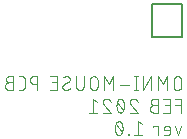
<source format=gbr>
G04 EAGLE Gerber RS-274X export*
G75*
%MOMM*%
%FSLAX34Y34*%
%LPD*%
%INSilkscreen Bottom*%
%IPPOS*%
%AMOC8*
5,1,8,0,0,1.08239X$1,22.5*%
G01*
%ADD10C,0.101600*%
%ADD11C,0.127000*%


D10*
X329492Y111854D02*
X329492Y117046D01*
X329490Y117159D01*
X329484Y117272D01*
X329474Y117385D01*
X329460Y117498D01*
X329443Y117610D01*
X329421Y117721D01*
X329396Y117831D01*
X329366Y117941D01*
X329333Y118049D01*
X329296Y118156D01*
X329256Y118262D01*
X329211Y118366D01*
X329163Y118469D01*
X329112Y118570D01*
X329057Y118669D01*
X328999Y118766D01*
X328937Y118861D01*
X328872Y118954D01*
X328804Y119044D01*
X328733Y119132D01*
X328658Y119218D01*
X328581Y119301D01*
X328501Y119381D01*
X328418Y119458D01*
X328332Y119533D01*
X328244Y119604D01*
X328154Y119672D01*
X328061Y119737D01*
X327966Y119799D01*
X327869Y119857D01*
X327770Y119912D01*
X327669Y119963D01*
X327566Y120011D01*
X327462Y120056D01*
X327356Y120096D01*
X327249Y120133D01*
X327141Y120166D01*
X327031Y120196D01*
X326921Y120221D01*
X326810Y120243D01*
X326698Y120260D01*
X326585Y120274D01*
X326472Y120284D01*
X326359Y120290D01*
X326246Y120292D01*
X326133Y120290D01*
X326020Y120284D01*
X325907Y120274D01*
X325794Y120260D01*
X325682Y120243D01*
X325571Y120221D01*
X325461Y120196D01*
X325351Y120166D01*
X325243Y120133D01*
X325136Y120096D01*
X325030Y120056D01*
X324926Y120011D01*
X324823Y119963D01*
X324722Y119912D01*
X324623Y119857D01*
X324526Y119799D01*
X324431Y119737D01*
X324338Y119672D01*
X324248Y119604D01*
X324160Y119533D01*
X324074Y119458D01*
X323991Y119381D01*
X323911Y119301D01*
X323834Y119218D01*
X323759Y119132D01*
X323688Y119044D01*
X323620Y118954D01*
X323555Y118861D01*
X323493Y118766D01*
X323435Y118669D01*
X323380Y118570D01*
X323329Y118469D01*
X323281Y118366D01*
X323236Y118262D01*
X323196Y118156D01*
X323159Y118049D01*
X323126Y117941D01*
X323096Y117831D01*
X323071Y117721D01*
X323049Y117610D01*
X323032Y117498D01*
X323018Y117385D01*
X323008Y117272D01*
X323002Y117159D01*
X323000Y117046D01*
X323001Y117046D02*
X323001Y111854D01*
X323000Y111854D02*
X323002Y111741D01*
X323008Y111628D01*
X323018Y111515D01*
X323032Y111402D01*
X323049Y111290D01*
X323071Y111179D01*
X323096Y111069D01*
X323126Y110959D01*
X323159Y110851D01*
X323196Y110744D01*
X323236Y110638D01*
X323281Y110534D01*
X323329Y110431D01*
X323380Y110330D01*
X323435Y110231D01*
X323493Y110134D01*
X323555Y110039D01*
X323620Y109946D01*
X323688Y109856D01*
X323759Y109768D01*
X323834Y109682D01*
X323911Y109599D01*
X323991Y109519D01*
X324074Y109442D01*
X324160Y109367D01*
X324248Y109296D01*
X324338Y109228D01*
X324431Y109163D01*
X324526Y109101D01*
X324623Y109043D01*
X324722Y108988D01*
X324823Y108937D01*
X324926Y108889D01*
X325030Y108844D01*
X325136Y108804D01*
X325243Y108767D01*
X325351Y108734D01*
X325461Y108704D01*
X325571Y108679D01*
X325682Y108657D01*
X325794Y108640D01*
X325907Y108626D01*
X326020Y108616D01*
X326133Y108610D01*
X326246Y108608D01*
X326359Y108610D01*
X326472Y108616D01*
X326585Y108626D01*
X326698Y108640D01*
X326810Y108657D01*
X326921Y108679D01*
X327031Y108704D01*
X327141Y108734D01*
X327249Y108767D01*
X327356Y108804D01*
X327462Y108844D01*
X327566Y108889D01*
X327669Y108937D01*
X327770Y108988D01*
X327869Y109043D01*
X327966Y109101D01*
X328061Y109163D01*
X328154Y109228D01*
X328244Y109296D01*
X328332Y109367D01*
X328418Y109442D01*
X328501Y109519D01*
X328581Y109599D01*
X328658Y109682D01*
X328733Y109768D01*
X328804Y109856D01*
X328872Y109946D01*
X328937Y110039D01*
X328999Y110134D01*
X329057Y110231D01*
X329112Y110330D01*
X329163Y110431D01*
X329211Y110534D01*
X329256Y110638D01*
X329296Y110744D01*
X329333Y110851D01*
X329366Y110959D01*
X329396Y111069D01*
X329421Y111179D01*
X329443Y111290D01*
X329460Y111402D01*
X329474Y111515D01*
X329484Y111628D01*
X329490Y111741D01*
X329492Y111854D01*
X317568Y108608D02*
X317568Y120292D01*
X313673Y113801D01*
X309779Y120292D01*
X309779Y108608D01*
X303965Y108608D02*
X303965Y120292D01*
X297474Y108608D01*
X297474Y120292D01*
X291195Y120292D02*
X291195Y108608D01*
X292493Y108608D02*
X289896Y108608D01*
X289896Y120292D02*
X292493Y120292D01*
X285183Y113152D02*
X277394Y113152D01*
X271848Y108608D02*
X271848Y120292D01*
X267954Y113801D01*
X264059Y120292D01*
X264059Y108608D01*
X258626Y111854D02*
X258626Y117046D01*
X258627Y117046D02*
X258625Y117159D01*
X258619Y117272D01*
X258609Y117385D01*
X258595Y117498D01*
X258578Y117610D01*
X258556Y117721D01*
X258531Y117831D01*
X258501Y117941D01*
X258468Y118049D01*
X258431Y118156D01*
X258391Y118262D01*
X258346Y118366D01*
X258298Y118469D01*
X258247Y118570D01*
X258192Y118669D01*
X258134Y118766D01*
X258072Y118861D01*
X258007Y118954D01*
X257939Y119044D01*
X257868Y119132D01*
X257793Y119218D01*
X257716Y119301D01*
X257636Y119381D01*
X257553Y119458D01*
X257467Y119533D01*
X257379Y119604D01*
X257289Y119672D01*
X257196Y119737D01*
X257101Y119799D01*
X257004Y119857D01*
X256905Y119912D01*
X256804Y119963D01*
X256701Y120011D01*
X256597Y120056D01*
X256491Y120096D01*
X256384Y120133D01*
X256276Y120166D01*
X256166Y120196D01*
X256056Y120221D01*
X255945Y120243D01*
X255833Y120260D01*
X255720Y120274D01*
X255607Y120284D01*
X255494Y120290D01*
X255381Y120292D01*
X255268Y120290D01*
X255155Y120284D01*
X255042Y120274D01*
X254929Y120260D01*
X254817Y120243D01*
X254706Y120221D01*
X254596Y120196D01*
X254486Y120166D01*
X254378Y120133D01*
X254271Y120096D01*
X254165Y120056D01*
X254061Y120011D01*
X253958Y119963D01*
X253857Y119912D01*
X253758Y119857D01*
X253661Y119799D01*
X253566Y119737D01*
X253473Y119672D01*
X253383Y119604D01*
X253295Y119533D01*
X253209Y119458D01*
X253126Y119381D01*
X253046Y119301D01*
X252969Y119218D01*
X252894Y119132D01*
X252823Y119044D01*
X252755Y118954D01*
X252690Y118861D01*
X252628Y118766D01*
X252570Y118669D01*
X252515Y118570D01*
X252464Y118469D01*
X252416Y118366D01*
X252371Y118262D01*
X252331Y118156D01*
X252294Y118049D01*
X252261Y117941D01*
X252231Y117831D01*
X252206Y117721D01*
X252184Y117610D01*
X252167Y117498D01*
X252153Y117385D01*
X252143Y117272D01*
X252137Y117159D01*
X252135Y117046D01*
X252135Y111854D01*
X252137Y111741D01*
X252143Y111628D01*
X252153Y111515D01*
X252167Y111402D01*
X252184Y111290D01*
X252206Y111179D01*
X252231Y111069D01*
X252261Y110959D01*
X252294Y110851D01*
X252331Y110744D01*
X252371Y110638D01*
X252416Y110534D01*
X252464Y110431D01*
X252515Y110330D01*
X252570Y110231D01*
X252628Y110134D01*
X252690Y110039D01*
X252755Y109946D01*
X252823Y109856D01*
X252894Y109768D01*
X252969Y109682D01*
X253046Y109599D01*
X253126Y109519D01*
X253209Y109442D01*
X253295Y109367D01*
X253383Y109296D01*
X253473Y109228D01*
X253566Y109163D01*
X253661Y109101D01*
X253758Y109043D01*
X253857Y108988D01*
X253958Y108937D01*
X254061Y108889D01*
X254165Y108844D01*
X254271Y108804D01*
X254378Y108767D01*
X254486Y108734D01*
X254596Y108704D01*
X254706Y108679D01*
X254817Y108657D01*
X254929Y108640D01*
X255042Y108626D01*
X255155Y108616D01*
X255268Y108610D01*
X255381Y108608D01*
X255494Y108610D01*
X255607Y108616D01*
X255720Y108626D01*
X255833Y108640D01*
X255945Y108657D01*
X256056Y108679D01*
X256166Y108704D01*
X256276Y108734D01*
X256384Y108767D01*
X256491Y108804D01*
X256597Y108844D01*
X256701Y108889D01*
X256804Y108937D01*
X256905Y108988D01*
X257004Y109043D01*
X257101Y109101D01*
X257196Y109163D01*
X257289Y109228D01*
X257379Y109296D01*
X257467Y109367D01*
X257553Y109442D01*
X257636Y109519D01*
X257716Y109599D01*
X257793Y109682D01*
X257868Y109768D01*
X257939Y109856D01*
X258007Y109946D01*
X258072Y110039D01*
X258134Y110134D01*
X258192Y110231D01*
X258247Y110330D01*
X258298Y110431D01*
X258346Y110534D01*
X258391Y110638D01*
X258431Y110744D01*
X258468Y110851D01*
X258501Y110959D01*
X258531Y111069D01*
X258556Y111179D01*
X258578Y111290D01*
X258595Y111402D01*
X258609Y111515D01*
X258619Y111628D01*
X258625Y111741D01*
X258627Y111854D01*
X246815Y111854D02*
X246815Y120292D01*
X246816Y111854D02*
X246814Y111741D01*
X246808Y111628D01*
X246798Y111515D01*
X246784Y111402D01*
X246767Y111290D01*
X246745Y111179D01*
X246720Y111069D01*
X246690Y110959D01*
X246657Y110851D01*
X246620Y110744D01*
X246580Y110638D01*
X246535Y110534D01*
X246487Y110431D01*
X246436Y110330D01*
X246381Y110231D01*
X246323Y110134D01*
X246261Y110039D01*
X246196Y109946D01*
X246128Y109856D01*
X246057Y109768D01*
X245982Y109682D01*
X245905Y109599D01*
X245825Y109519D01*
X245742Y109442D01*
X245656Y109367D01*
X245568Y109296D01*
X245478Y109228D01*
X245385Y109163D01*
X245290Y109101D01*
X245193Y109043D01*
X245094Y108988D01*
X244993Y108937D01*
X244890Y108889D01*
X244786Y108844D01*
X244680Y108804D01*
X244573Y108767D01*
X244465Y108734D01*
X244355Y108704D01*
X244245Y108679D01*
X244134Y108657D01*
X244022Y108640D01*
X243909Y108626D01*
X243796Y108616D01*
X243683Y108610D01*
X243570Y108608D01*
X243457Y108610D01*
X243344Y108616D01*
X243231Y108626D01*
X243118Y108640D01*
X243006Y108657D01*
X242895Y108679D01*
X242785Y108704D01*
X242675Y108734D01*
X242567Y108767D01*
X242460Y108804D01*
X242354Y108844D01*
X242250Y108889D01*
X242147Y108937D01*
X242046Y108988D01*
X241947Y109043D01*
X241850Y109101D01*
X241755Y109163D01*
X241662Y109228D01*
X241572Y109296D01*
X241484Y109367D01*
X241398Y109442D01*
X241315Y109519D01*
X241235Y109599D01*
X241158Y109682D01*
X241083Y109768D01*
X241012Y109856D01*
X240944Y109946D01*
X240879Y110039D01*
X240817Y110134D01*
X240759Y110231D01*
X240704Y110330D01*
X240653Y110431D01*
X240605Y110534D01*
X240560Y110638D01*
X240520Y110744D01*
X240483Y110851D01*
X240450Y110959D01*
X240420Y111069D01*
X240395Y111179D01*
X240373Y111290D01*
X240356Y111402D01*
X240342Y111515D01*
X240332Y111628D01*
X240326Y111741D01*
X240324Y111854D01*
X240324Y120292D01*
X228894Y111204D02*
X228896Y111105D01*
X228902Y111005D01*
X228911Y110906D01*
X228924Y110808D01*
X228941Y110710D01*
X228962Y110612D01*
X228987Y110516D01*
X229015Y110421D01*
X229047Y110327D01*
X229082Y110234D01*
X229121Y110142D01*
X229164Y110052D01*
X229209Y109964D01*
X229259Y109877D01*
X229311Y109793D01*
X229367Y109710D01*
X229425Y109630D01*
X229487Y109552D01*
X229552Y109477D01*
X229620Y109404D01*
X229690Y109334D01*
X229763Y109266D01*
X229838Y109201D01*
X229916Y109139D01*
X229996Y109081D01*
X230079Y109025D01*
X230163Y108973D01*
X230250Y108923D01*
X230338Y108878D01*
X230428Y108835D01*
X230520Y108796D01*
X230613Y108761D01*
X230707Y108729D01*
X230802Y108701D01*
X230898Y108676D01*
X230996Y108655D01*
X231094Y108638D01*
X231192Y108625D01*
X231291Y108616D01*
X231391Y108610D01*
X231490Y108608D01*
X231634Y108610D01*
X231779Y108616D01*
X231923Y108625D01*
X232066Y108638D01*
X232210Y108655D01*
X232353Y108676D01*
X232495Y108701D01*
X232636Y108729D01*
X232777Y108761D01*
X232917Y108797D01*
X233056Y108836D01*
X233194Y108879D01*
X233330Y108926D01*
X233466Y108976D01*
X233600Y109030D01*
X233732Y109087D01*
X233863Y109148D01*
X233992Y109212D01*
X234120Y109280D01*
X234246Y109351D01*
X234370Y109425D01*
X234491Y109502D01*
X234611Y109583D01*
X234729Y109666D01*
X234844Y109753D01*
X234957Y109843D01*
X235068Y109936D01*
X235176Y110031D01*
X235282Y110130D01*
X235385Y110231D01*
X235060Y117696D02*
X235058Y117795D01*
X235052Y117895D01*
X235043Y117994D01*
X235030Y118092D01*
X235013Y118190D01*
X234992Y118288D01*
X234967Y118384D01*
X234939Y118479D01*
X234907Y118573D01*
X234872Y118666D01*
X234833Y118758D01*
X234790Y118848D01*
X234745Y118936D01*
X234695Y119023D01*
X234643Y119107D01*
X234587Y119190D01*
X234529Y119270D01*
X234467Y119348D01*
X234402Y119423D01*
X234334Y119496D01*
X234264Y119566D01*
X234191Y119634D01*
X234116Y119699D01*
X234038Y119761D01*
X233958Y119819D01*
X233875Y119875D01*
X233791Y119927D01*
X233704Y119977D01*
X233616Y120022D01*
X233526Y120065D01*
X233434Y120104D01*
X233341Y120139D01*
X233247Y120171D01*
X233152Y120199D01*
X233056Y120224D01*
X232958Y120245D01*
X232860Y120262D01*
X232762Y120275D01*
X232663Y120284D01*
X232563Y120290D01*
X232464Y120292D01*
X232328Y120290D01*
X232192Y120284D01*
X232056Y120275D01*
X231920Y120262D01*
X231785Y120244D01*
X231651Y120224D01*
X231517Y120199D01*
X231383Y120171D01*
X231251Y120138D01*
X231120Y120103D01*
X230989Y120063D01*
X230860Y120020D01*
X230732Y119974D01*
X230606Y119923D01*
X230480Y119870D01*
X230357Y119812D01*
X230235Y119752D01*
X230115Y119688D01*
X229996Y119620D01*
X229880Y119550D01*
X229766Y119476D01*
X229653Y119399D01*
X229543Y119318D01*
X233763Y115424D02*
X233849Y115477D01*
X233933Y115534D01*
X234015Y115593D01*
X234095Y115656D01*
X234172Y115722D01*
X234247Y115790D01*
X234319Y115862D01*
X234388Y115936D01*
X234454Y116013D01*
X234517Y116092D01*
X234577Y116174D01*
X234634Y116258D01*
X234688Y116344D01*
X234738Y116432D01*
X234785Y116522D01*
X234829Y116613D01*
X234868Y116707D01*
X234905Y116801D01*
X234937Y116897D01*
X234966Y116995D01*
X234991Y117093D01*
X235012Y117192D01*
X235030Y117292D01*
X235043Y117392D01*
X235053Y117493D01*
X235059Y117595D01*
X235061Y117696D01*
X230192Y113476D02*
X230106Y113423D01*
X230022Y113366D01*
X229940Y113307D01*
X229860Y113244D01*
X229783Y113178D01*
X229708Y113110D01*
X229636Y113038D01*
X229567Y112964D01*
X229501Y112887D01*
X229438Y112808D01*
X229378Y112726D01*
X229321Y112642D01*
X229267Y112556D01*
X229217Y112468D01*
X229170Y112378D01*
X229126Y112287D01*
X229087Y112193D01*
X229050Y112099D01*
X229018Y112003D01*
X228989Y111905D01*
X228964Y111807D01*
X228943Y111708D01*
X228925Y111608D01*
X228912Y111508D01*
X228902Y111407D01*
X228896Y111305D01*
X228894Y111204D01*
X230192Y113476D02*
X233762Y115424D01*
X223933Y108608D02*
X218740Y108608D01*
X223933Y108608D02*
X223933Y120292D01*
X218740Y120292D01*
X220038Y115099D02*
X223933Y115099D01*
X207784Y120292D02*
X207784Y108608D01*
X207784Y120292D02*
X204538Y120292D01*
X204425Y120290D01*
X204312Y120284D01*
X204199Y120274D01*
X204086Y120260D01*
X203974Y120243D01*
X203863Y120221D01*
X203753Y120196D01*
X203643Y120166D01*
X203535Y120133D01*
X203428Y120096D01*
X203322Y120056D01*
X203218Y120011D01*
X203115Y119963D01*
X203014Y119912D01*
X202915Y119857D01*
X202818Y119799D01*
X202723Y119737D01*
X202630Y119672D01*
X202540Y119604D01*
X202452Y119533D01*
X202366Y119458D01*
X202283Y119381D01*
X202203Y119301D01*
X202126Y119218D01*
X202051Y119132D01*
X201980Y119044D01*
X201912Y118954D01*
X201847Y118861D01*
X201785Y118766D01*
X201727Y118669D01*
X201672Y118570D01*
X201621Y118469D01*
X201573Y118366D01*
X201528Y118262D01*
X201488Y118156D01*
X201451Y118049D01*
X201418Y117941D01*
X201388Y117831D01*
X201363Y117721D01*
X201341Y117610D01*
X201324Y117498D01*
X201310Y117385D01*
X201300Y117272D01*
X201294Y117159D01*
X201292Y117046D01*
X201294Y116933D01*
X201300Y116820D01*
X201310Y116707D01*
X201324Y116594D01*
X201341Y116482D01*
X201363Y116371D01*
X201388Y116261D01*
X201418Y116151D01*
X201451Y116043D01*
X201488Y115936D01*
X201528Y115830D01*
X201573Y115726D01*
X201621Y115623D01*
X201672Y115522D01*
X201727Y115423D01*
X201785Y115326D01*
X201847Y115231D01*
X201912Y115138D01*
X201980Y115048D01*
X202051Y114960D01*
X202126Y114874D01*
X202203Y114791D01*
X202283Y114711D01*
X202366Y114634D01*
X202452Y114559D01*
X202540Y114488D01*
X202630Y114420D01*
X202723Y114355D01*
X202818Y114293D01*
X202915Y114235D01*
X203014Y114180D01*
X203115Y114129D01*
X203218Y114081D01*
X203322Y114036D01*
X203428Y113996D01*
X203535Y113959D01*
X203643Y113926D01*
X203753Y113896D01*
X203863Y113871D01*
X203974Y113849D01*
X204086Y113832D01*
X204199Y113818D01*
X204312Y113808D01*
X204425Y113802D01*
X204538Y113800D01*
X204538Y113801D02*
X207784Y113801D01*
X194341Y108608D02*
X191745Y108608D01*
X194341Y108608D02*
X194440Y108610D01*
X194540Y108616D01*
X194639Y108625D01*
X194737Y108638D01*
X194835Y108655D01*
X194933Y108676D01*
X195029Y108701D01*
X195124Y108729D01*
X195218Y108761D01*
X195311Y108796D01*
X195403Y108835D01*
X195493Y108878D01*
X195581Y108923D01*
X195668Y108973D01*
X195752Y109025D01*
X195835Y109081D01*
X195915Y109139D01*
X195993Y109201D01*
X196068Y109266D01*
X196141Y109334D01*
X196211Y109404D01*
X196279Y109477D01*
X196344Y109552D01*
X196406Y109630D01*
X196464Y109710D01*
X196520Y109793D01*
X196572Y109877D01*
X196622Y109964D01*
X196667Y110052D01*
X196710Y110142D01*
X196749Y110234D01*
X196784Y110327D01*
X196816Y110421D01*
X196844Y110516D01*
X196869Y110612D01*
X196890Y110710D01*
X196907Y110808D01*
X196920Y110906D01*
X196929Y111005D01*
X196935Y111105D01*
X196937Y111204D01*
X196937Y117696D01*
X196935Y117795D01*
X196929Y117895D01*
X196920Y117994D01*
X196907Y118092D01*
X196890Y118190D01*
X196869Y118288D01*
X196844Y118384D01*
X196816Y118479D01*
X196784Y118573D01*
X196749Y118666D01*
X196710Y118758D01*
X196667Y118848D01*
X196622Y118936D01*
X196572Y119023D01*
X196520Y119107D01*
X196464Y119190D01*
X196406Y119270D01*
X196344Y119348D01*
X196279Y119423D01*
X196211Y119496D01*
X196141Y119566D01*
X196068Y119634D01*
X195993Y119699D01*
X195915Y119761D01*
X195835Y119819D01*
X195752Y119875D01*
X195668Y119927D01*
X195581Y119977D01*
X195493Y120022D01*
X195403Y120065D01*
X195311Y120104D01*
X195218Y120139D01*
X195124Y120171D01*
X195029Y120199D01*
X194933Y120224D01*
X194835Y120245D01*
X194737Y120262D01*
X194639Y120275D01*
X194540Y120284D01*
X194440Y120290D01*
X194341Y120292D01*
X191745Y120292D01*
X186829Y115099D02*
X183583Y115099D01*
X183583Y115100D02*
X183470Y115098D01*
X183357Y115092D01*
X183244Y115082D01*
X183131Y115068D01*
X183019Y115051D01*
X182908Y115029D01*
X182798Y115004D01*
X182688Y114974D01*
X182580Y114941D01*
X182473Y114904D01*
X182367Y114864D01*
X182263Y114819D01*
X182160Y114771D01*
X182059Y114720D01*
X181960Y114665D01*
X181863Y114607D01*
X181768Y114545D01*
X181675Y114480D01*
X181585Y114412D01*
X181497Y114341D01*
X181411Y114266D01*
X181328Y114189D01*
X181248Y114109D01*
X181171Y114026D01*
X181096Y113940D01*
X181025Y113852D01*
X180957Y113762D01*
X180892Y113669D01*
X180830Y113574D01*
X180772Y113477D01*
X180717Y113378D01*
X180666Y113277D01*
X180618Y113174D01*
X180573Y113070D01*
X180533Y112964D01*
X180496Y112857D01*
X180463Y112749D01*
X180433Y112639D01*
X180408Y112529D01*
X180386Y112418D01*
X180369Y112306D01*
X180355Y112193D01*
X180345Y112080D01*
X180339Y111967D01*
X180337Y111854D01*
X180339Y111741D01*
X180345Y111628D01*
X180355Y111515D01*
X180369Y111402D01*
X180386Y111290D01*
X180408Y111179D01*
X180433Y111069D01*
X180463Y110959D01*
X180496Y110851D01*
X180533Y110744D01*
X180573Y110638D01*
X180618Y110534D01*
X180666Y110431D01*
X180717Y110330D01*
X180772Y110231D01*
X180830Y110134D01*
X180892Y110039D01*
X180957Y109946D01*
X181025Y109856D01*
X181096Y109768D01*
X181171Y109682D01*
X181248Y109599D01*
X181328Y109519D01*
X181411Y109442D01*
X181497Y109367D01*
X181585Y109296D01*
X181675Y109228D01*
X181768Y109163D01*
X181863Y109101D01*
X181960Y109043D01*
X182059Y108988D01*
X182160Y108937D01*
X182263Y108889D01*
X182367Y108844D01*
X182473Y108804D01*
X182580Y108767D01*
X182688Y108734D01*
X182798Y108704D01*
X182908Y108679D01*
X183019Y108657D01*
X183131Y108640D01*
X183244Y108626D01*
X183357Y108616D01*
X183470Y108610D01*
X183583Y108608D01*
X186829Y108608D01*
X186829Y120292D01*
X183583Y120292D01*
X183482Y120290D01*
X183382Y120284D01*
X183282Y120274D01*
X183182Y120261D01*
X183083Y120243D01*
X182984Y120222D01*
X182887Y120197D01*
X182790Y120168D01*
X182695Y120135D01*
X182601Y120099D01*
X182509Y120059D01*
X182418Y120016D01*
X182329Y119969D01*
X182242Y119919D01*
X182156Y119865D01*
X182073Y119808D01*
X181993Y119748D01*
X181914Y119685D01*
X181838Y119618D01*
X181765Y119549D01*
X181695Y119477D01*
X181627Y119403D01*
X181562Y119326D01*
X181501Y119246D01*
X181442Y119164D01*
X181387Y119080D01*
X181335Y118994D01*
X181286Y118906D01*
X181241Y118816D01*
X181199Y118724D01*
X181161Y118631D01*
X181127Y118536D01*
X181096Y118441D01*
X181069Y118344D01*
X181046Y118246D01*
X181026Y118147D01*
X181011Y118047D01*
X180999Y117947D01*
X180991Y117847D01*
X180987Y117746D01*
X180987Y117646D01*
X180991Y117545D01*
X180999Y117445D01*
X181011Y117345D01*
X181026Y117245D01*
X181046Y117146D01*
X181069Y117048D01*
X181096Y116951D01*
X181127Y116856D01*
X181161Y116761D01*
X181199Y116668D01*
X181241Y116576D01*
X181286Y116486D01*
X181335Y116398D01*
X181387Y116312D01*
X181442Y116228D01*
X181501Y116146D01*
X181562Y116066D01*
X181627Y115989D01*
X181695Y115915D01*
X181765Y115843D01*
X181838Y115774D01*
X181914Y115707D01*
X181993Y115644D01*
X182073Y115584D01*
X182156Y115527D01*
X182242Y115473D01*
X182329Y115423D01*
X182418Y115376D01*
X182509Y115333D01*
X182601Y115293D01*
X182695Y115257D01*
X182790Y115224D01*
X182887Y115195D01*
X182984Y115170D01*
X183083Y115149D01*
X183182Y115131D01*
X183282Y115118D01*
X183382Y115108D01*
X183482Y115102D01*
X183583Y115100D01*
X329492Y101242D02*
X329492Y89558D01*
X329492Y101242D02*
X324299Y101242D01*
X324299Y96049D02*
X329492Y96049D01*
X319586Y89558D02*
X314393Y89558D01*
X319586Y89558D02*
X319586Y101242D01*
X314393Y101242D01*
X315691Y96049D02*
X319586Y96049D01*
X309533Y96049D02*
X306288Y96049D01*
X306288Y96050D02*
X306175Y96048D01*
X306062Y96042D01*
X305949Y96032D01*
X305836Y96018D01*
X305724Y96001D01*
X305613Y95979D01*
X305503Y95954D01*
X305393Y95924D01*
X305285Y95891D01*
X305178Y95854D01*
X305072Y95814D01*
X304968Y95769D01*
X304865Y95721D01*
X304764Y95670D01*
X304665Y95615D01*
X304568Y95557D01*
X304473Y95495D01*
X304380Y95430D01*
X304290Y95362D01*
X304202Y95291D01*
X304116Y95216D01*
X304033Y95139D01*
X303953Y95059D01*
X303876Y94976D01*
X303801Y94890D01*
X303730Y94802D01*
X303662Y94712D01*
X303597Y94619D01*
X303535Y94524D01*
X303477Y94427D01*
X303422Y94328D01*
X303371Y94227D01*
X303323Y94124D01*
X303278Y94020D01*
X303238Y93914D01*
X303201Y93807D01*
X303168Y93699D01*
X303138Y93589D01*
X303113Y93479D01*
X303091Y93368D01*
X303074Y93256D01*
X303060Y93143D01*
X303050Y93030D01*
X303044Y92917D01*
X303042Y92804D01*
X303044Y92691D01*
X303050Y92578D01*
X303060Y92465D01*
X303074Y92352D01*
X303091Y92240D01*
X303113Y92129D01*
X303138Y92019D01*
X303168Y91909D01*
X303201Y91801D01*
X303238Y91694D01*
X303278Y91588D01*
X303323Y91484D01*
X303371Y91381D01*
X303422Y91280D01*
X303477Y91181D01*
X303535Y91084D01*
X303597Y90989D01*
X303662Y90896D01*
X303730Y90806D01*
X303801Y90718D01*
X303876Y90632D01*
X303953Y90549D01*
X304033Y90469D01*
X304116Y90392D01*
X304202Y90317D01*
X304290Y90246D01*
X304380Y90178D01*
X304473Y90113D01*
X304568Y90051D01*
X304665Y89993D01*
X304764Y89938D01*
X304865Y89887D01*
X304968Y89839D01*
X305072Y89794D01*
X305178Y89754D01*
X305285Y89717D01*
X305393Y89684D01*
X305503Y89654D01*
X305613Y89629D01*
X305724Y89607D01*
X305836Y89590D01*
X305949Y89576D01*
X306062Y89566D01*
X306175Y89560D01*
X306288Y89558D01*
X309533Y89558D01*
X309533Y101242D01*
X306288Y101242D01*
X306187Y101240D01*
X306087Y101234D01*
X305987Y101224D01*
X305887Y101211D01*
X305788Y101193D01*
X305689Y101172D01*
X305592Y101147D01*
X305495Y101118D01*
X305400Y101085D01*
X305306Y101049D01*
X305214Y101009D01*
X305123Y100966D01*
X305034Y100919D01*
X304947Y100869D01*
X304861Y100815D01*
X304778Y100758D01*
X304698Y100698D01*
X304619Y100635D01*
X304543Y100568D01*
X304470Y100499D01*
X304400Y100427D01*
X304332Y100353D01*
X304267Y100276D01*
X304206Y100196D01*
X304147Y100114D01*
X304092Y100030D01*
X304040Y99944D01*
X303991Y99856D01*
X303946Y99766D01*
X303904Y99674D01*
X303866Y99581D01*
X303832Y99486D01*
X303801Y99391D01*
X303774Y99294D01*
X303751Y99196D01*
X303731Y99097D01*
X303716Y98997D01*
X303704Y98897D01*
X303696Y98797D01*
X303692Y98696D01*
X303692Y98596D01*
X303696Y98495D01*
X303704Y98395D01*
X303716Y98295D01*
X303731Y98195D01*
X303751Y98096D01*
X303774Y97998D01*
X303801Y97901D01*
X303832Y97806D01*
X303866Y97711D01*
X303904Y97618D01*
X303946Y97526D01*
X303991Y97436D01*
X304040Y97348D01*
X304092Y97262D01*
X304147Y97178D01*
X304206Y97096D01*
X304267Y97016D01*
X304332Y96939D01*
X304400Y96865D01*
X304470Y96793D01*
X304543Y96724D01*
X304619Y96657D01*
X304698Y96594D01*
X304778Y96534D01*
X304861Y96477D01*
X304947Y96423D01*
X305034Y96373D01*
X305123Y96326D01*
X305214Y96283D01*
X305306Y96243D01*
X305400Y96207D01*
X305495Y96174D01*
X305592Y96145D01*
X305689Y96120D01*
X305788Y96099D01*
X305887Y96081D01*
X305987Y96068D01*
X306087Y96058D01*
X306187Y96052D01*
X306288Y96050D01*
X288988Y101242D02*
X288881Y101240D01*
X288775Y101234D01*
X288669Y101224D01*
X288563Y101211D01*
X288457Y101193D01*
X288353Y101172D01*
X288249Y101147D01*
X288146Y101118D01*
X288045Y101086D01*
X287945Y101049D01*
X287846Y101009D01*
X287748Y100966D01*
X287652Y100919D01*
X287558Y100868D01*
X287466Y100814D01*
X287376Y100757D01*
X287288Y100697D01*
X287203Y100633D01*
X287120Y100566D01*
X287039Y100496D01*
X286961Y100424D01*
X286885Y100348D01*
X286813Y100270D01*
X286743Y100189D01*
X286676Y100106D01*
X286612Y100021D01*
X286552Y99933D01*
X286495Y99843D01*
X286441Y99751D01*
X286390Y99657D01*
X286343Y99561D01*
X286300Y99463D01*
X286260Y99364D01*
X286223Y99264D01*
X286191Y99163D01*
X286162Y99060D01*
X286137Y98956D01*
X286116Y98852D01*
X286098Y98746D01*
X286085Y98640D01*
X286075Y98534D01*
X286069Y98428D01*
X286067Y98321D01*
X288988Y101242D02*
X289109Y101240D01*
X289230Y101234D01*
X289350Y101224D01*
X289471Y101211D01*
X289590Y101193D01*
X289710Y101172D01*
X289828Y101147D01*
X289945Y101118D01*
X290062Y101085D01*
X290177Y101049D01*
X290291Y101008D01*
X290404Y100965D01*
X290516Y100917D01*
X290625Y100866D01*
X290733Y100811D01*
X290840Y100753D01*
X290944Y100692D01*
X291046Y100627D01*
X291146Y100559D01*
X291244Y100488D01*
X291340Y100414D01*
X291433Y100337D01*
X291523Y100256D01*
X291611Y100173D01*
X291696Y100087D01*
X291779Y99998D01*
X291858Y99907D01*
X291935Y99813D01*
X292008Y99717D01*
X292078Y99619D01*
X292145Y99518D01*
X292209Y99415D01*
X292270Y99310D01*
X292327Y99203D01*
X292380Y99095D01*
X292430Y98985D01*
X292476Y98873D01*
X292519Y98760D01*
X292558Y98645D01*
X287041Y96049D02*
X286962Y96127D01*
X286886Y96207D01*
X286813Y96290D01*
X286743Y96376D01*
X286676Y96463D01*
X286612Y96554D01*
X286552Y96646D01*
X286494Y96740D01*
X286440Y96837D01*
X286390Y96935D01*
X286343Y97035D01*
X286299Y97136D01*
X286259Y97239D01*
X286223Y97344D01*
X286191Y97449D01*
X286162Y97556D01*
X286137Y97663D01*
X286115Y97772D01*
X286098Y97881D01*
X286084Y97990D01*
X286075Y98100D01*
X286069Y98211D01*
X286067Y98321D01*
X287040Y96049D02*
X292558Y89558D01*
X286067Y89558D01*
X281128Y95400D02*
X281125Y95630D01*
X281117Y95860D01*
X281103Y96089D01*
X281084Y96318D01*
X281059Y96547D01*
X281029Y96775D01*
X280994Y97002D01*
X280953Y97228D01*
X280907Y97453D01*
X280855Y97677D01*
X280798Y97900D01*
X280736Y98121D01*
X280668Y98341D01*
X280595Y98559D01*
X280517Y98775D01*
X280434Y98989D01*
X280346Y99202D01*
X280253Y99412D01*
X280154Y99619D01*
X280121Y99709D01*
X280085Y99798D01*
X280045Y99886D01*
X280001Y99971D01*
X279954Y100055D01*
X279904Y100137D01*
X279850Y100217D01*
X279794Y100294D01*
X279734Y100370D01*
X279671Y100443D01*
X279606Y100513D01*
X279537Y100581D01*
X279466Y100645D01*
X279393Y100707D01*
X279317Y100766D01*
X279239Y100822D01*
X279158Y100875D01*
X279076Y100924D01*
X278992Y100970D01*
X278905Y101013D01*
X278818Y101052D01*
X278728Y101088D01*
X278638Y101120D01*
X278546Y101148D01*
X278453Y101173D01*
X278359Y101194D01*
X278265Y101211D01*
X278170Y101225D01*
X278074Y101234D01*
X277978Y101240D01*
X277882Y101242D01*
X277786Y101240D01*
X277690Y101234D01*
X277594Y101225D01*
X277499Y101211D01*
X277405Y101194D01*
X277311Y101173D01*
X277218Y101148D01*
X277126Y101120D01*
X277036Y101088D01*
X276946Y101052D01*
X276859Y101013D01*
X276772Y100970D01*
X276688Y100924D01*
X276606Y100875D01*
X276525Y100822D01*
X276447Y100766D01*
X276371Y100707D01*
X276298Y100645D01*
X276227Y100581D01*
X276158Y100513D01*
X276093Y100443D01*
X276030Y100370D01*
X275970Y100295D01*
X275914Y100217D01*
X275860Y100137D01*
X275810Y100055D01*
X275763Y99971D01*
X275720Y99886D01*
X275679Y99798D01*
X275643Y99709D01*
X275610Y99619D01*
X275611Y99619D02*
X275512Y99411D01*
X275419Y99201D01*
X275331Y98989D01*
X275248Y98775D01*
X275170Y98558D01*
X275097Y98340D01*
X275029Y98121D01*
X274967Y97899D01*
X274910Y97677D01*
X274858Y97453D01*
X274812Y97228D01*
X274771Y97002D01*
X274736Y96774D01*
X274706Y96547D01*
X274681Y96318D01*
X274662Y96089D01*
X274648Y95860D01*
X274640Y95630D01*
X274637Y95400D01*
X281128Y95400D02*
X281125Y95170D01*
X281117Y94940D01*
X281103Y94711D01*
X281084Y94482D01*
X281059Y94253D01*
X281029Y94025D01*
X280994Y93798D01*
X280953Y93572D01*
X280907Y93347D01*
X280855Y93123D01*
X280798Y92900D01*
X280736Y92679D01*
X280668Y92459D01*
X280595Y92241D01*
X280517Y92025D01*
X280434Y91811D01*
X280346Y91599D01*
X280253Y91388D01*
X280154Y91181D01*
X280121Y91091D01*
X280085Y91002D01*
X280044Y90914D01*
X280001Y90829D01*
X279954Y90745D01*
X279904Y90663D01*
X279850Y90583D01*
X279794Y90506D01*
X279734Y90430D01*
X279671Y90357D01*
X279606Y90287D01*
X279537Y90219D01*
X279466Y90155D01*
X279393Y90093D01*
X279317Y90034D01*
X279239Y89978D01*
X279158Y89925D01*
X279076Y89876D01*
X278992Y89830D01*
X278905Y89787D01*
X278818Y89748D01*
X278728Y89712D01*
X278638Y89680D01*
X278546Y89652D01*
X278453Y89627D01*
X278359Y89606D01*
X278265Y89589D01*
X278170Y89575D01*
X278074Y89566D01*
X277978Y89560D01*
X277882Y89558D01*
X275610Y91181D02*
X275511Y91388D01*
X275418Y91599D01*
X275330Y91811D01*
X275247Y92025D01*
X275169Y92241D01*
X275096Y92459D01*
X275028Y92679D01*
X274966Y92900D01*
X274909Y93123D01*
X274857Y93347D01*
X274811Y93572D01*
X274770Y93798D01*
X274735Y94025D01*
X274705Y94253D01*
X274680Y94482D01*
X274661Y94711D01*
X274647Y94940D01*
X274639Y95170D01*
X274636Y95400D01*
X275610Y91181D02*
X275643Y91091D01*
X275679Y91002D01*
X275720Y90914D01*
X275763Y90829D01*
X275810Y90745D01*
X275860Y90663D01*
X275914Y90583D01*
X275970Y90505D01*
X276030Y90430D01*
X276093Y90357D01*
X276158Y90287D01*
X276227Y90219D01*
X276298Y90155D01*
X276371Y90093D01*
X276447Y90034D01*
X276525Y89978D01*
X276606Y89925D01*
X276688Y89876D01*
X276772Y89830D01*
X276859Y89787D01*
X276946Y89748D01*
X277036Y89712D01*
X277126Y89680D01*
X277218Y89652D01*
X277311Y89627D01*
X277405Y89606D01*
X277499Y89589D01*
X277594Y89575D01*
X277690Y89566D01*
X277786Y89560D01*
X277882Y89558D01*
X280479Y92154D02*
X275286Y98646D01*
X266128Y101242D02*
X266021Y101240D01*
X265915Y101234D01*
X265809Y101224D01*
X265703Y101211D01*
X265597Y101193D01*
X265493Y101172D01*
X265389Y101147D01*
X265286Y101118D01*
X265185Y101086D01*
X265085Y101049D01*
X264986Y101009D01*
X264888Y100966D01*
X264792Y100919D01*
X264698Y100868D01*
X264606Y100814D01*
X264516Y100757D01*
X264428Y100697D01*
X264343Y100633D01*
X264260Y100566D01*
X264179Y100496D01*
X264101Y100424D01*
X264025Y100348D01*
X263953Y100270D01*
X263883Y100189D01*
X263816Y100106D01*
X263752Y100021D01*
X263692Y99933D01*
X263635Y99843D01*
X263581Y99751D01*
X263530Y99657D01*
X263483Y99561D01*
X263440Y99463D01*
X263400Y99364D01*
X263363Y99264D01*
X263331Y99163D01*
X263302Y99060D01*
X263277Y98956D01*
X263256Y98852D01*
X263238Y98746D01*
X263225Y98640D01*
X263215Y98534D01*
X263209Y98428D01*
X263207Y98321D01*
X266128Y101242D02*
X266249Y101240D01*
X266370Y101234D01*
X266490Y101224D01*
X266611Y101211D01*
X266730Y101193D01*
X266850Y101172D01*
X266968Y101147D01*
X267085Y101118D01*
X267202Y101085D01*
X267317Y101049D01*
X267431Y101008D01*
X267544Y100965D01*
X267656Y100917D01*
X267765Y100866D01*
X267873Y100811D01*
X267980Y100753D01*
X268084Y100692D01*
X268186Y100627D01*
X268286Y100559D01*
X268384Y100488D01*
X268480Y100414D01*
X268573Y100337D01*
X268663Y100256D01*
X268751Y100173D01*
X268836Y100087D01*
X268919Y99998D01*
X268998Y99907D01*
X269075Y99813D01*
X269148Y99717D01*
X269218Y99619D01*
X269285Y99518D01*
X269349Y99415D01*
X269410Y99310D01*
X269467Y99203D01*
X269520Y99095D01*
X269570Y98985D01*
X269616Y98873D01*
X269659Y98760D01*
X269698Y98645D01*
X264181Y96049D02*
X264102Y96127D01*
X264026Y96207D01*
X263953Y96290D01*
X263883Y96376D01*
X263816Y96463D01*
X263752Y96554D01*
X263692Y96646D01*
X263634Y96740D01*
X263580Y96837D01*
X263530Y96935D01*
X263483Y97035D01*
X263439Y97136D01*
X263399Y97239D01*
X263363Y97344D01*
X263331Y97449D01*
X263302Y97556D01*
X263277Y97663D01*
X263255Y97772D01*
X263238Y97881D01*
X263224Y97990D01*
X263215Y98100D01*
X263209Y98211D01*
X263207Y98321D01*
X264180Y96049D02*
X269698Y89558D01*
X263207Y89558D01*
X258268Y98646D02*
X255022Y101242D01*
X255022Y89558D01*
X251777Y89558D02*
X258268Y89558D01*
X326896Y70508D02*
X329492Y78297D01*
X324299Y78297D02*
X326896Y70508D01*
X318020Y70508D02*
X314774Y70508D01*
X318020Y70508D02*
X318107Y70510D01*
X318195Y70516D01*
X318281Y70526D01*
X318368Y70539D01*
X318453Y70557D01*
X318538Y70578D01*
X318622Y70603D01*
X318704Y70632D01*
X318785Y70665D01*
X318865Y70701D01*
X318943Y70740D01*
X319019Y70784D01*
X319093Y70830D01*
X319164Y70880D01*
X319234Y70933D01*
X319301Y70989D01*
X319365Y71048D01*
X319427Y71110D01*
X319486Y71174D01*
X319542Y71241D01*
X319595Y71311D01*
X319645Y71382D01*
X319691Y71456D01*
X319735Y71532D01*
X319774Y71610D01*
X319810Y71690D01*
X319843Y71771D01*
X319872Y71853D01*
X319897Y71937D01*
X319918Y72022D01*
X319936Y72107D01*
X319949Y72194D01*
X319959Y72280D01*
X319965Y72368D01*
X319967Y72455D01*
X319967Y75701D01*
X319965Y75802D01*
X319959Y75902D01*
X319949Y76002D01*
X319936Y76102D01*
X319918Y76201D01*
X319897Y76300D01*
X319872Y76397D01*
X319843Y76494D01*
X319810Y76589D01*
X319774Y76683D01*
X319734Y76775D01*
X319691Y76866D01*
X319644Y76955D01*
X319594Y77042D01*
X319540Y77128D01*
X319483Y77211D01*
X319423Y77291D01*
X319360Y77370D01*
X319293Y77446D01*
X319224Y77519D01*
X319152Y77589D01*
X319078Y77657D01*
X319001Y77722D01*
X318921Y77783D01*
X318839Y77842D01*
X318755Y77897D01*
X318669Y77949D01*
X318581Y77998D01*
X318491Y78043D01*
X318399Y78085D01*
X318306Y78123D01*
X318211Y78157D01*
X318116Y78188D01*
X318019Y78215D01*
X317921Y78238D01*
X317822Y78258D01*
X317722Y78273D01*
X317622Y78285D01*
X317522Y78293D01*
X317421Y78297D01*
X317321Y78297D01*
X317220Y78293D01*
X317120Y78285D01*
X317020Y78273D01*
X316920Y78258D01*
X316821Y78238D01*
X316723Y78215D01*
X316626Y78188D01*
X316531Y78157D01*
X316436Y78123D01*
X316343Y78085D01*
X316251Y78043D01*
X316161Y77998D01*
X316073Y77949D01*
X315987Y77897D01*
X315903Y77842D01*
X315821Y77783D01*
X315741Y77722D01*
X315664Y77657D01*
X315590Y77589D01*
X315518Y77519D01*
X315449Y77446D01*
X315382Y77370D01*
X315319Y77291D01*
X315259Y77211D01*
X315202Y77128D01*
X315148Y77042D01*
X315098Y76955D01*
X315051Y76866D01*
X315008Y76775D01*
X314968Y76683D01*
X314932Y76589D01*
X314899Y76494D01*
X314870Y76397D01*
X314845Y76300D01*
X314824Y76201D01*
X314806Y76102D01*
X314793Y76002D01*
X314783Y75902D01*
X314777Y75802D01*
X314775Y75701D01*
X314774Y75701D02*
X314774Y74403D01*
X319967Y74403D01*
X309614Y70508D02*
X309614Y78297D01*
X305719Y78297D01*
X305719Y76999D01*
X295851Y79596D02*
X292606Y82192D01*
X292606Y70508D01*
X295851Y70508D02*
X289360Y70508D01*
X284929Y70508D02*
X284929Y71157D01*
X284280Y71157D01*
X284280Y70508D01*
X284929Y70508D01*
X279850Y76350D02*
X279847Y76580D01*
X279839Y76810D01*
X279825Y77039D01*
X279806Y77268D01*
X279781Y77497D01*
X279751Y77725D01*
X279716Y77952D01*
X279675Y78178D01*
X279629Y78403D01*
X279577Y78627D01*
X279520Y78850D01*
X279458Y79071D01*
X279390Y79291D01*
X279317Y79509D01*
X279239Y79725D01*
X279156Y79939D01*
X279068Y80152D01*
X278975Y80362D01*
X278876Y80569D01*
X278843Y80659D01*
X278807Y80748D01*
X278767Y80836D01*
X278723Y80921D01*
X278676Y81005D01*
X278626Y81087D01*
X278572Y81167D01*
X278516Y81244D01*
X278456Y81320D01*
X278393Y81393D01*
X278328Y81463D01*
X278259Y81531D01*
X278188Y81595D01*
X278115Y81657D01*
X278039Y81716D01*
X277961Y81772D01*
X277880Y81825D01*
X277798Y81874D01*
X277714Y81920D01*
X277627Y81963D01*
X277540Y82002D01*
X277450Y82038D01*
X277360Y82070D01*
X277268Y82098D01*
X277175Y82123D01*
X277081Y82144D01*
X276987Y82161D01*
X276892Y82175D01*
X276796Y82184D01*
X276700Y82190D01*
X276604Y82192D01*
X276508Y82190D01*
X276412Y82184D01*
X276316Y82175D01*
X276221Y82161D01*
X276127Y82144D01*
X276033Y82123D01*
X275940Y82098D01*
X275848Y82070D01*
X275758Y82038D01*
X275668Y82002D01*
X275581Y81963D01*
X275494Y81920D01*
X275410Y81874D01*
X275328Y81825D01*
X275247Y81772D01*
X275169Y81716D01*
X275093Y81657D01*
X275020Y81595D01*
X274949Y81531D01*
X274880Y81463D01*
X274815Y81393D01*
X274752Y81320D01*
X274692Y81245D01*
X274636Y81167D01*
X274582Y81087D01*
X274532Y81005D01*
X274485Y80921D01*
X274442Y80836D01*
X274401Y80748D01*
X274365Y80659D01*
X274332Y80569D01*
X274333Y80569D02*
X274234Y80361D01*
X274141Y80151D01*
X274053Y79939D01*
X273970Y79725D01*
X273892Y79508D01*
X273819Y79290D01*
X273751Y79071D01*
X273689Y78849D01*
X273632Y78627D01*
X273580Y78403D01*
X273534Y78178D01*
X273493Y77952D01*
X273458Y77724D01*
X273428Y77497D01*
X273403Y77268D01*
X273384Y77039D01*
X273370Y76810D01*
X273362Y76580D01*
X273359Y76350D01*
X279849Y76350D02*
X279846Y76120D01*
X279838Y75890D01*
X279824Y75661D01*
X279805Y75432D01*
X279780Y75203D01*
X279750Y74975D01*
X279715Y74748D01*
X279674Y74522D01*
X279628Y74297D01*
X279576Y74073D01*
X279519Y73850D01*
X279457Y73629D01*
X279389Y73409D01*
X279316Y73191D01*
X279238Y72975D01*
X279155Y72761D01*
X279067Y72549D01*
X278974Y72338D01*
X278875Y72131D01*
X278876Y72131D02*
X278843Y72041D01*
X278807Y71952D01*
X278766Y71864D01*
X278723Y71779D01*
X278676Y71695D01*
X278626Y71613D01*
X278572Y71533D01*
X278516Y71456D01*
X278456Y71380D01*
X278393Y71307D01*
X278328Y71237D01*
X278259Y71169D01*
X278188Y71105D01*
X278115Y71043D01*
X278039Y70984D01*
X277961Y70928D01*
X277880Y70875D01*
X277798Y70826D01*
X277714Y70780D01*
X277627Y70737D01*
X277540Y70698D01*
X277450Y70662D01*
X277360Y70630D01*
X277268Y70602D01*
X277175Y70577D01*
X277081Y70556D01*
X276987Y70539D01*
X276892Y70525D01*
X276796Y70516D01*
X276700Y70510D01*
X276604Y70508D01*
X274332Y72131D02*
X274233Y72338D01*
X274140Y72549D01*
X274052Y72761D01*
X273969Y72975D01*
X273891Y73191D01*
X273818Y73409D01*
X273750Y73629D01*
X273688Y73850D01*
X273631Y74073D01*
X273579Y74297D01*
X273533Y74522D01*
X273492Y74748D01*
X273457Y74975D01*
X273427Y75203D01*
X273402Y75432D01*
X273383Y75661D01*
X273369Y75890D01*
X273361Y76120D01*
X273358Y76350D01*
X274332Y72131D02*
X274365Y72041D01*
X274401Y71952D01*
X274442Y71864D01*
X274485Y71779D01*
X274532Y71695D01*
X274582Y71613D01*
X274636Y71533D01*
X274692Y71455D01*
X274752Y71380D01*
X274815Y71307D01*
X274880Y71237D01*
X274949Y71169D01*
X275020Y71105D01*
X275093Y71043D01*
X275169Y70984D01*
X275247Y70928D01*
X275328Y70875D01*
X275410Y70826D01*
X275494Y70780D01*
X275581Y70737D01*
X275668Y70698D01*
X275758Y70662D01*
X275848Y70630D01*
X275940Y70602D01*
X276033Y70577D01*
X276127Y70556D01*
X276221Y70539D01*
X276316Y70525D01*
X276412Y70516D01*
X276508Y70510D01*
X276604Y70508D01*
X279200Y73104D02*
X274007Y79596D01*
D11*
X330500Y153500D02*
X330500Y181500D01*
X330500Y153500D02*
X304500Y153500D01*
X304500Y181500D01*
X330500Y181500D01*
M02*

</source>
